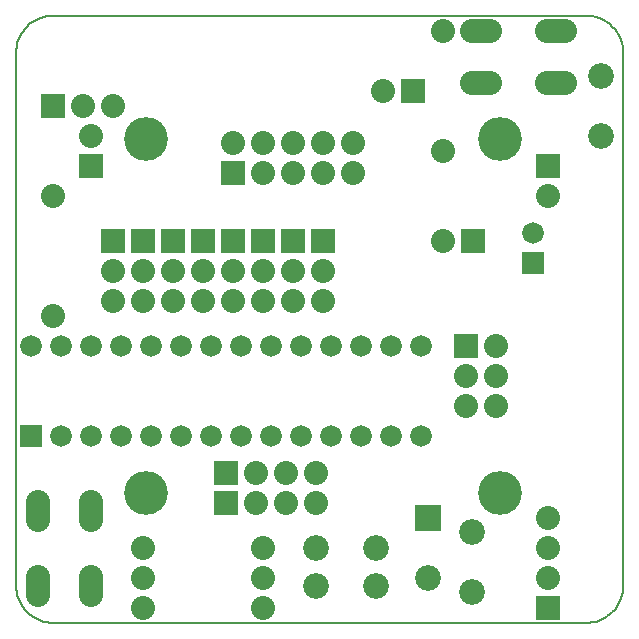
<source format=gbs>
G04 (created by PCBNEW-RS274X (2011-04-05)-testing) date Tue 31 May 2011 10:02:42 CEST*
G01*
G70*
G90*
%MOIN*%
G04 Gerber Fmt 3.4, Leading zero omitted, Abs format*
%FSLAX34Y34*%
G04 APERTURE LIST*
%ADD10C,0.006000*%
%ADD11C,0.005000*%
%ADD12R,0.080000X0.080000*%
%ADD13C,0.080000*%
%ADD14C,0.146000*%
%ADD15R,0.072000X0.072000*%
%ADD16C,0.072000*%
%ADD17O,0.140000X0.080000*%
%ADD18O,0.080000X0.140000*%
%ADD19R,0.086000X0.086000*%
%ADD20C,0.086000*%
G04 APERTURE END LIST*
G54D10*
G54D11*
X44000Y-24000D02*
X61750Y-24000D01*
X42750Y-25250D02*
X42750Y-43000D01*
X44000Y-24000D02*
X43892Y-24005D01*
X43783Y-24019D01*
X43677Y-24043D01*
X43573Y-24076D01*
X43472Y-24118D01*
X43376Y-24168D01*
X43284Y-24227D01*
X43197Y-24293D01*
X43117Y-24367D01*
X43043Y-24447D01*
X42977Y-24534D01*
X42918Y-24626D01*
X42868Y-24722D01*
X42826Y-24823D01*
X42793Y-24927D01*
X42769Y-25033D01*
X42755Y-25142D01*
X42750Y-25250D01*
X63000Y-43000D02*
X63000Y-25250D01*
X63000Y-25250D02*
X62995Y-25142D01*
X62981Y-25033D01*
X62957Y-24927D01*
X62924Y-24823D01*
X62882Y-24722D01*
X62832Y-24626D01*
X62773Y-24534D01*
X62707Y-24447D01*
X62633Y-24367D01*
X62553Y-24293D01*
X62466Y-24227D01*
X62375Y-24168D01*
X62278Y-24118D01*
X62177Y-24076D01*
X62073Y-24043D01*
X61967Y-24019D01*
X61858Y-24005D01*
X61750Y-24000D01*
X44000Y-44250D02*
X61750Y-44250D01*
X61750Y-44250D02*
X61858Y-44245D01*
X61967Y-44231D01*
X62073Y-44207D01*
X62177Y-44174D01*
X62278Y-44132D01*
X62375Y-44082D01*
X62466Y-44023D01*
X62553Y-43957D01*
X62633Y-43883D01*
X62707Y-43803D01*
X62773Y-43716D01*
X62832Y-43624D01*
X62882Y-43528D01*
X62924Y-43427D01*
X62957Y-43323D01*
X62981Y-43217D01*
X62995Y-43108D01*
X63000Y-43000D01*
X42750Y-43000D02*
X42755Y-43108D01*
X42769Y-43217D01*
X42793Y-43323D01*
X42826Y-43427D01*
X42868Y-43528D01*
X42918Y-43624D01*
X42977Y-43716D01*
X43043Y-43803D01*
X43117Y-43883D01*
X43197Y-43957D01*
X43284Y-44023D01*
X43376Y-44082D01*
X43472Y-44132D01*
X43573Y-44174D01*
X43677Y-44207D01*
X43783Y-44231D01*
X43892Y-44245D01*
X44000Y-44250D01*
G54D12*
X60500Y-43750D03*
G54D13*
X60500Y-42750D03*
X60500Y-41750D03*
X60500Y-40750D03*
G54D14*
X58890Y-39920D03*
X47080Y-28110D03*
X58890Y-28110D03*
G54D15*
X43250Y-38000D03*
G54D16*
X44250Y-38000D03*
X45250Y-38000D03*
X46250Y-38000D03*
X47250Y-38000D03*
X48250Y-38000D03*
X49250Y-38000D03*
X50250Y-38000D03*
X51250Y-38000D03*
X52250Y-38000D03*
X53250Y-38000D03*
X54250Y-38000D03*
X55250Y-38000D03*
X56250Y-38000D03*
X56250Y-35000D03*
X55250Y-35000D03*
X54250Y-35000D03*
X53250Y-35000D03*
X52250Y-35000D03*
X51250Y-35000D03*
X50250Y-35000D03*
X49250Y-35000D03*
X48250Y-35000D03*
X47250Y-35000D03*
X46250Y-35000D03*
X45250Y-35000D03*
X44250Y-35000D03*
X43250Y-35000D03*
G54D14*
X47080Y-39920D03*
G54D12*
X50000Y-29250D03*
G54D13*
X51000Y-29250D03*
X52000Y-29250D03*
X53000Y-29250D03*
X54000Y-29250D03*
X50000Y-28250D03*
X51000Y-28250D03*
X52000Y-28250D03*
X53000Y-28250D03*
X54000Y-28250D03*
G54D17*
X58250Y-24500D03*
X60750Y-24500D03*
X58250Y-26250D03*
X60750Y-26250D03*
G54D18*
X45250Y-40500D03*
X45250Y-43000D03*
X43500Y-40500D03*
X43500Y-43000D03*
G54D12*
X46000Y-31500D03*
G54D13*
X46000Y-32500D03*
X46000Y-33500D03*
G54D12*
X47000Y-31500D03*
G54D13*
X47000Y-32500D03*
X47000Y-33500D03*
G54D12*
X48000Y-31500D03*
G54D13*
X48000Y-32500D03*
X48000Y-33500D03*
G54D12*
X49000Y-31500D03*
G54D13*
X49000Y-32500D03*
X49000Y-33500D03*
G54D12*
X50000Y-31500D03*
G54D13*
X50000Y-32500D03*
X50000Y-33500D03*
G54D12*
X51000Y-31500D03*
G54D13*
X51000Y-32500D03*
X51000Y-33500D03*
G54D12*
X52000Y-31500D03*
G54D13*
X52000Y-32500D03*
X52000Y-33500D03*
G54D12*
X53000Y-31500D03*
G54D13*
X53000Y-32500D03*
X53000Y-33500D03*
X51000Y-43750D03*
X47000Y-43750D03*
X51000Y-41750D03*
X47000Y-41750D03*
X51000Y-42750D03*
X47000Y-42750D03*
X57000Y-24500D03*
X57000Y-28500D03*
X44000Y-34000D03*
X44000Y-30000D03*
G54D12*
X49750Y-39250D03*
G54D13*
X50750Y-39250D03*
X51750Y-39250D03*
X52750Y-39250D03*
G54D12*
X49750Y-40250D03*
G54D13*
X50750Y-40250D03*
X51750Y-40250D03*
X52750Y-40250D03*
G54D19*
X56500Y-40750D03*
G54D20*
X56500Y-42750D03*
X54750Y-43000D03*
X52750Y-43000D03*
X54750Y-41750D03*
X52750Y-41750D03*
G54D16*
X60000Y-31250D03*
G54D15*
X60000Y-32250D03*
G54D20*
X62250Y-28000D03*
X62250Y-26000D03*
G54D12*
X56000Y-26500D03*
G54D13*
X55000Y-26500D03*
G54D12*
X58000Y-31500D03*
G54D13*
X57000Y-31500D03*
G54D12*
X60500Y-29000D03*
G54D13*
X60500Y-30000D03*
G54D12*
X45250Y-29000D03*
G54D13*
X45250Y-28000D03*
G54D12*
X44000Y-27000D03*
G54D13*
X45000Y-27000D03*
X46000Y-27000D03*
G54D12*
X57750Y-35000D03*
G54D13*
X57750Y-36000D03*
X57750Y-37000D03*
X58750Y-35000D03*
X58750Y-36000D03*
X58750Y-37000D03*
G54D20*
X57950Y-43200D03*
X57950Y-41200D03*
M02*

</source>
